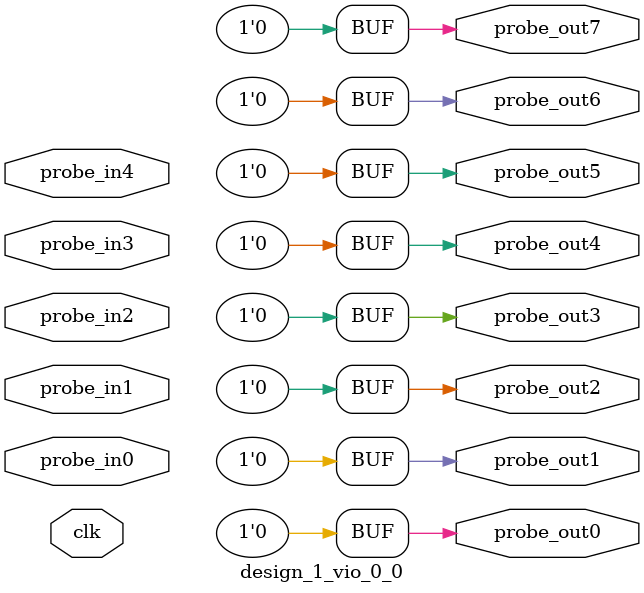
<source format=v>
`timescale 1ns / 1ps
module design_1_vio_0_0 (
clk,
probe_in0,probe_in1,probe_in2,probe_in3,probe_in4,
probe_out0,
probe_out1,
probe_out2,
probe_out3,
probe_out4,
probe_out5,
probe_out6,
probe_out7
);

input clk;
input [0 : 0] probe_in0;
input [0 : 0] probe_in1;
input [0 : 0] probe_in2;
input [0 : 0] probe_in3;
input [0 : 0] probe_in4;

output reg [0 : 0] probe_out0 = 'h0 ;
output reg [0 : 0] probe_out1 = 'h0 ;
output reg [0 : 0] probe_out2 = 'h0 ;
output reg [0 : 0] probe_out3 = 'h0 ;
output reg [0 : 0] probe_out4 = 'h0 ;
output reg [0 : 0] probe_out5 = 'h0 ;
output reg [0 : 0] probe_out6 = 'h0 ;
output reg [0 : 0] probe_out7 = 'h0 ;


endmodule

</source>
